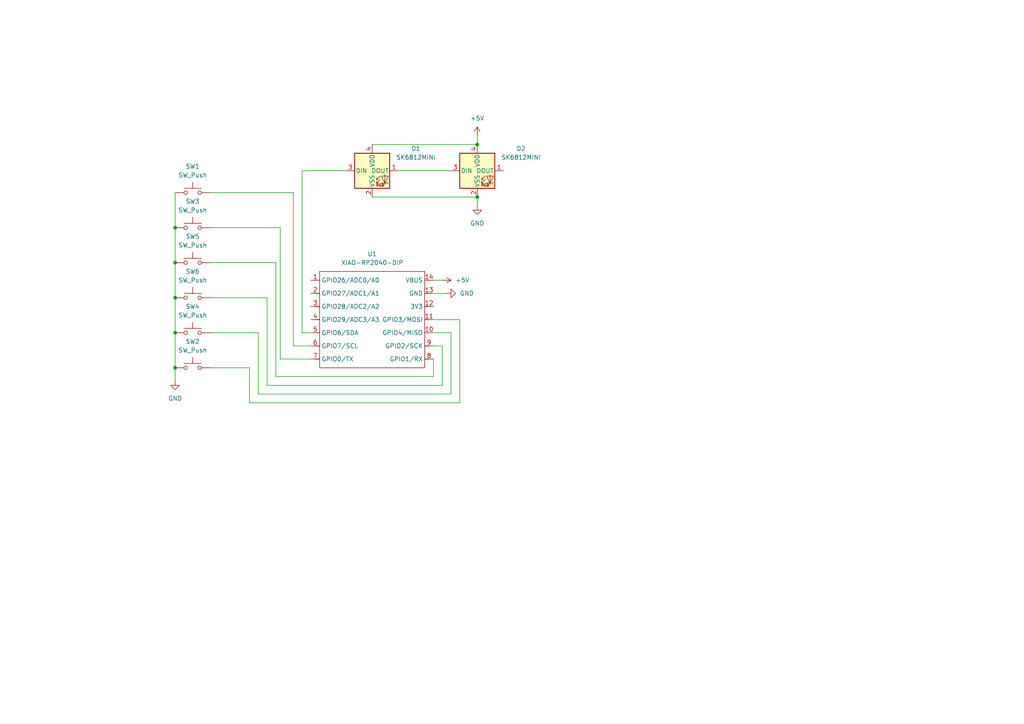
<source format=kicad_sch>
(kicad_sch
	(version 20250114)
	(generator "eeschema")
	(generator_version "9.0")
	(uuid "1e26ddab-34b8-4ecf-8102-24ceb5cc4d1e")
	(paper "A4")
	(lib_symbols
		(symbol "LED:SK6812MINI"
			(pin_names
				(offset 0.254)
			)
			(exclude_from_sim no)
			(in_bom yes)
			(on_board yes)
			(property "Reference" "D"
				(at 5.08 5.715 0)
				(effects
					(font
						(size 1.27 1.27)
					)
					(justify right bottom)
				)
			)
			(property "Value" "SK6812MINI"
				(at 1.27 -5.715 0)
				(effects
					(font
						(size 1.27 1.27)
					)
					(justify left top)
				)
			)
			(property "Footprint" "LED_SMD:LED_SK6812MINI_PLCC4_3.5x3.5mm_P1.75mm"
				(at 1.27 -7.62 0)
				(effects
					(font
						(size 1.27 1.27)
					)
					(justify left top)
					(hide yes)
				)
			)
			(property "Datasheet" "https://cdn-shop.adafruit.com/product-files/2686/SK6812MINI_REV.01-1-2.pdf"
				(at 2.54 -9.525 0)
				(effects
					(font
						(size 1.27 1.27)
					)
					(justify left top)
					(hide yes)
				)
			)
			(property "Description" "RGB LED with integrated controller"
				(at 0 0 0)
				(effects
					(font
						(size 1.27 1.27)
					)
					(hide yes)
				)
			)
			(property "ki_keywords" "RGB LED NeoPixel Mini addressable"
				(at 0 0 0)
				(effects
					(font
						(size 1.27 1.27)
					)
					(hide yes)
				)
			)
			(property "ki_fp_filters" "LED*SK6812MINI*PLCC*3.5x3.5mm*P1.75mm*"
				(at 0 0 0)
				(effects
					(font
						(size 1.27 1.27)
					)
					(hide yes)
				)
			)
			(symbol "SK6812MINI_0_0"
				(text "RGB"
					(at 2.286 -4.191 0)
					(effects
						(font
							(size 0.762 0.762)
						)
					)
				)
			)
			(symbol "SK6812MINI_0_1"
				(polyline
					(pts
						(xy 1.27 -2.54) (xy 1.778 -2.54)
					)
					(stroke
						(width 0)
						(type default)
					)
					(fill
						(type none)
					)
				)
				(polyline
					(pts
						(xy 1.27 -3.556) (xy 1.778 -3.556)
					)
					(stroke
						(width 0)
						(type default)
					)
					(fill
						(type none)
					)
				)
				(polyline
					(pts
						(xy 2.286 -1.524) (xy 1.27 -2.54) (xy 1.27 -2.032)
					)
					(stroke
						(width 0)
						(type default)
					)
					(fill
						(type none)
					)
				)
				(polyline
					(pts
						(xy 2.286 -2.54) (xy 1.27 -3.556) (xy 1.27 -3.048)
					)
					(stroke
						(width 0)
						(type default)
					)
					(fill
						(type none)
					)
				)
				(polyline
					(pts
						(xy 3.683 -1.016) (xy 3.683 -3.556) (xy 3.683 -4.064)
					)
					(stroke
						(width 0)
						(type default)
					)
					(fill
						(type none)
					)
				)
				(polyline
					(pts
						(xy 4.699 -1.524) (xy 2.667 -1.524) (xy 3.683 -3.556) (xy 4.699 -1.524)
					)
					(stroke
						(width 0)
						(type default)
					)
					(fill
						(type none)
					)
				)
				(polyline
					(pts
						(xy 4.699 -3.556) (xy 2.667 -3.556)
					)
					(stroke
						(width 0)
						(type default)
					)
					(fill
						(type none)
					)
				)
				(rectangle
					(start 5.08 5.08)
					(end -5.08 -5.08)
					(stroke
						(width 0.254)
						(type default)
					)
					(fill
						(type background)
					)
				)
			)
			(symbol "SK6812MINI_1_1"
				(pin input line
					(at -7.62 0 0)
					(length 2.54)
					(name "DIN"
						(effects
							(font
								(size 1.27 1.27)
							)
						)
					)
					(number "3"
						(effects
							(font
								(size 1.27 1.27)
							)
						)
					)
				)
				(pin power_in line
					(at 0 7.62 270)
					(length 2.54)
					(name "VDD"
						(effects
							(font
								(size 1.27 1.27)
							)
						)
					)
					(number "4"
						(effects
							(font
								(size 1.27 1.27)
							)
						)
					)
				)
				(pin power_in line
					(at 0 -7.62 90)
					(length 2.54)
					(name "VSS"
						(effects
							(font
								(size 1.27 1.27)
							)
						)
					)
					(number "2"
						(effects
							(font
								(size 1.27 1.27)
							)
						)
					)
				)
				(pin output line
					(at 7.62 0 180)
					(length 2.54)
					(name "DOUT"
						(effects
							(font
								(size 1.27 1.27)
							)
						)
					)
					(number "1"
						(effects
							(font
								(size 1.27 1.27)
							)
						)
					)
				)
			)
			(embedded_fonts no)
		)
		(symbol "OPL:XIAO-RP2040-DIP"
			(exclude_from_sim no)
			(in_bom yes)
			(on_board yes)
			(property "Reference" "U"
				(at 0 0 0)
				(effects
					(font
						(size 1.27 1.27)
					)
				)
			)
			(property "Value" "XIAO-RP2040-DIP"
				(at 5.334 -1.778 0)
				(effects
					(font
						(size 1.27 1.27)
					)
				)
			)
			(property "Footprint" "Module:MOUDLE14P-XIAO-DIP-SMD"
				(at 14.478 -32.258 0)
				(effects
					(font
						(size 1.27 1.27)
					)
					(hide yes)
				)
			)
			(property "Datasheet" ""
				(at 0 0 0)
				(effects
					(font
						(size 1.27 1.27)
					)
					(hide yes)
				)
			)
			(property "Description" ""
				(at 0 0 0)
				(effects
					(font
						(size 1.27 1.27)
					)
					(hide yes)
				)
			)
			(symbol "XIAO-RP2040-DIP_1_0"
				(polyline
					(pts
						(xy -1.27 -2.54) (xy 29.21 -2.54)
					)
					(stroke
						(width 0.1524)
						(type solid)
					)
					(fill
						(type none)
					)
				)
				(polyline
					(pts
						(xy -1.27 -5.08) (xy -2.54 -5.08)
					)
					(stroke
						(width 0.1524)
						(type solid)
					)
					(fill
						(type none)
					)
				)
				(polyline
					(pts
						(xy -1.27 -5.08) (xy -1.27 -2.54)
					)
					(stroke
						(width 0.1524)
						(type solid)
					)
					(fill
						(type none)
					)
				)
				(polyline
					(pts
						(xy -1.27 -8.89) (xy -2.54 -8.89)
					)
					(stroke
						(width 0.1524)
						(type solid)
					)
					(fill
						(type none)
					)
				)
				(polyline
					(pts
						(xy -1.27 -8.89) (xy -1.27 -5.08)
					)
					(stroke
						(width 0.1524)
						(type solid)
					)
					(fill
						(type none)
					)
				)
				(polyline
					(pts
						(xy -1.27 -12.7) (xy -2.54 -12.7)
					)
					(stroke
						(width 0.1524)
						(type solid)
					)
					(fill
						(type none)
					)
				)
				(polyline
					(pts
						(xy -1.27 -12.7) (xy -1.27 -8.89)
					)
					(stroke
						(width 0.1524)
						(type solid)
					)
					(fill
						(type none)
					)
				)
				(polyline
					(pts
						(xy -1.27 -16.51) (xy -2.54 -16.51)
					)
					(stroke
						(width 0.1524)
						(type solid)
					)
					(fill
						(type none)
					)
				)
				(polyline
					(pts
						(xy -1.27 -16.51) (xy -1.27 -12.7)
					)
					(stroke
						(width 0.1524)
						(type solid)
					)
					(fill
						(type none)
					)
				)
				(polyline
					(pts
						(xy -1.27 -20.32) (xy -2.54 -20.32)
					)
					(stroke
						(width 0.1524)
						(type solid)
					)
					(fill
						(type none)
					)
				)
				(polyline
					(pts
						(xy -1.27 -24.13) (xy -2.54 -24.13)
					)
					(stroke
						(width 0.1524)
						(type solid)
					)
					(fill
						(type none)
					)
				)
				(polyline
					(pts
						(xy -1.27 -27.94) (xy -2.54 -27.94)
					)
					(stroke
						(width 0.1524)
						(type solid)
					)
					(fill
						(type none)
					)
				)
				(polyline
					(pts
						(xy -1.27 -30.48) (xy -1.27 -16.51)
					)
					(stroke
						(width 0.1524)
						(type solid)
					)
					(fill
						(type none)
					)
				)
				(polyline
					(pts
						(xy 29.21 -2.54) (xy 29.21 -5.08)
					)
					(stroke
						(width 0.1524)
						(type solid)
					)
					(fill
						(type none)
					)
				)
				(polyline
					(pts
						(xy 29.21 -5.08) (xy 29.21 -8.89)
					)
					(stroke
						(width 0.1524)
						(type solid)
					)
					(fill
						(type none)
					)
				)
				(polyline
					(pts
						(xy 29.21 -8.89) (xy 29.21 -12.7)
					)
					(stroke
						(width 0.1524)
						(type solid)
					)
					(fill
						(type none)
					)
				)
				(polyline
					(pts
						(xy 29.21 -12.7) (xy 29.21 -30.48)
					)
					(stroke
						(width 0.1524)
						(type solid)
					)
					(fill
						(type none)
					)
				)
				(polyline
					(pts
						(xy 29.21 -30.48) (xy -1.27 -30.48)
					)
					(stroke
						(width 0.1524)
						(type solid)
					)
					(fill
						(type none)
					)
				)
				(polyline
					(pts
						(xy 30.48 -5.08) (xy 29.21 -5.08)
					)
					(stroke
						(width 0.1524)
						(type solid)
					)
					(fill
						(type none)
					)
				)
				(polyline
					(pts
						(xy 30.48 -8.89) (xy 29.21 -8.89)
					)
					(stroke
						(width 0.1524)
						(type solid)
					)
					(fill
						(type none)
					)
				)
				(polyline
					(pts
						(xy 30.48 -12.7) (xy 29.21 -12.7)
					)
					(stroke
						(width 0.1524)
						(type solid)
					)
					(fill
						(type none)
					)
				)
				(polyline
					(pts
						(xy 30.48 -16.51) (xy 29.21 -16.51)
					)
					(stroke
						(width 0.1524)
						(type solid)
					)
					(fill
						(type none)
					)
				)
				(polyline
					(pts
						(xy 30.48 -20.32) (xy 29.21 -20.32)
					)
					(stroke
						(width 0.1524)
						(type solid)
					)
					(fill
						(type none)
					)
				)
				(polyline
					(pts
						(xy 30.48 -24.13) (xy 29.21 -24.13)
					)
					(stroke
						(width 0.1524)
						(type solid)
					)
					(fill
						(type none)
					)
				)
				(polyline
					(pts
						(xy 30.48 -27.94) (xy 29.21 -27.94)
					)
					(stroke
						(width 0.1524)
						(type solid)
					)
					(fill
						(type none)
					)
				)
				(pin passive line
					(at -3.81 -5.08 0)
					(length 2.54)
					(name "GPIO26/ADC0/A0"
						(effects
							(font
								(size 1.27 1.27)
							)
						)
					)
					(number "1"
						(effects
							(font
								(size 1.27 1.27)
							)
						)
					)
				)
				(pin passive line
					(at -3.81 -8.89 0)
					(length 2.54)
					(name "GPIO27/ADC1/A1"
						(effects
							(font
								(size 1.27 1.27)
							)
						)
					)
					(number "2"
						(effects
							(font
								(size 1.27 1.27)
							)
						)
					)
				)
				(pin passive line
					(at -3.81 -12.7 0)
					(length 2.54)
					(name "GPIO28/ADC2/A2"
						(effects
							(font
								(size 1.27 1.27)
							)
						)
					)
					(number "3"
						(effects
							(font
								(size 1.27 1.27)
							)
						)
					)
				)
				(pin passive line
					(at -3.81 -16.51 0)
					(length 2.54)
					(name "GPIO29/ADC3/A3"
						(effects
							(font
								(size 1.27 1.27)
							)
						)
					)
					(number "4"
						(effects
							(font
								(size 1.27 1.27)
							)
						)
					)
				)
				(pin passive line
					(at -3.81 -20.32 0)
					(length 2.54)
					(name "GPIO6/SDA"
						(effects
							(font
								(size 1.27 1.27)
							)
						)
					)
					(number "5"
						(effects
							(font
								(size 1.27 1.27)
							)
						)
					)
				)
				(pin passive line
					(at -3.81 -24.13 0)
					(length 2.54)
					(name "GPIO7/SCL"
						(effects
							(font
								(size 1.27 1.27)
							)
						)
					)
					(number "6"
						(effects
							(font
								(size 1.27 1.27)
							)
						)
					)
				)
				(pin passive line
					(at -3.81 -27.94 0)
					(length 2.54)
					(name "GPIO0/TX"
						(effects
							(font
								(size 1.27 1.27)
							)
						)
					)
					(number "7"
						(effects
							(font
								(size 1.27 1.27)
							)
						)
					)
				)
				(pin passive line
					(at 31.75 -5.08 180)
					(length 2.54)
					(name "VBUS"
						(effects
							(font
								(size 1.27 1.27)
							)
						)
					)
					(number "14"
						(effects
							(font
								(size 1.27 1.27)
							)
						)
					)
				)
				(pin passive line
					(at 31.75 -8.89 180)
					(length 2.54)
					(name "GND"
						(effects
							(font
								(size 1.27 1.27)
							)
						)
					)
					(number "13"
						(effects
							(font
								(size 1.27 1.27)
							)
						)
					)
				)
				(pin passive line
					(at 31.75 -12.7 180)
					(length 2.54)
					(name "3V3"
						(effects
							(font
								(size 1.27 1.27)
							)
						)
					)
					(number "12"
						(effects
							(font
								(size 1.27 1.27)
							)
						)
					)
				)
				(pin passive line
					(at 31.75 -16.51 180)
					(length 2.54)
					(name "GPIO3/MOSI"
						(effects
							(font
								(size 1.27 1.27)
							)
						)
					)
					(number "11"
						(effects
							(font
								(size 1.27 1.27)
							)
						)
					)
				)
				(pin passive line
					(at 31.75 -20.32 180)
					(length 2.54)
					(name "GPIO4/MISO"
						(effects
							(font
								(size 1.27 1.27)
							)
						)
					)
					(number "10"
						(effects
							(font
								(size 1.27 1.27)
							)
						)
					)
				)
				(pin passive line
					(at 31.75 -24.13 180)
					(length 2.54)
					(name "GPIO2/SCK"
						(effects
							(font
								(size 1.27 1.27)
							)
						)
					)
					(number "9"
						(effects
							(font
								(size 1.27 1.27)
							)
						)
					)
				)
				(pin passive line
					(at 31.75 -27.94 180)
					(length 2.54)
					(name "GPIO1/RX"
						(effects
							(font
								(size 1.27 1.27)
							)
						)
					)
					(number "8"
						(effects
							(font
								(size 1.27 1.27)
							)
						)
					)
				)
			)
			(embedded_fonts no)
		)
		(symbol "Switch:SW_Push"
			(pin_numbers
				(hide yes)
			)
			(pin_names
				(offset 1.016)
				(hide yes)
			)
			(exclude_from_sim no)
			(in_bom yes)
			(on_board yes)
			(property "Reference" "SW"
				(at 1.27 2.54 0)
				(effects
					(font
						(size 1.27 1.27)
					)
					(justify left)
				)
			)
			(property "Value" "SW_Push"
				(at 0 -1.524 0)
				(effects
					(font
						(size 1.27 1.27)
					)
				)
			)
			(property "Footprint" ""
				(at 0 5.08 0)
				(effects
					(font
						(size 1.27 1.27)
					)
					(hide yes)
				)
			)
			(property "Datasheet" "~"
				(at 0 5.08 0)
				(effects
					(font
						(size 1.27 1.27)
					)
					(hide yes)
				)
			)
			(property "Description" "Push button switch, generic, two pins"
				(at 0 0 0)
				(effects
					(font
						(size 1.27 1.27)
					)
					(hide yes)
				)
			)
			(property "ki_keywords" "switch normally-open pushbutton push-button"
				(at 0 0 0)
				(effects
					(font
						(size 1.27 1.27)
					)
					(hide yes)
				)
			)
			(symbol "SW_Push_0_1"
				(circle
					(center -2.032 0)
					(radius 0.508)
					(stroke
						(width 0)
						(type default)
					)
					(fill
						(type none)
					)
				)
				(polyline
					(pts
						(xy 0 1.27) (xy 0 3.048)
					)
					(stroke
						(width 0)
						(type default)
					)
					(fill
						(type none)
					)
				)
				(circle
					(center 2.032 0)
					(radius 0.508)
					(stroke
						(width 0)
						(type default)
					)
					(fill
						(type none)
					)
				)
				(polyline
					(pts
						(xy 2.54 1.27) (xy -2.54 1.27)
					)
					(stroke
						(width 0)
						(type default)
					)
					(fill
						(type none)
					)
				)
				(pin passive line
					(at -5.08 0 0)
					(length 2.54)
					(name "1"
						(effects
							(font
								(size 1.27 1.27)
							)
						)
					)
					(number "1"
						(effects
							(font
								(size 1.27 1.27)
							)
						)
					)
				)
				(pin passive line
					(at 5.08 0 180)
					(length 2.54)
					(name "2"
						(effects
							(font
								(size 1.27 1.27)
							)
						)
					)
					(number "2"
						(effects
							(font
								(size 1.27 1.27)
							)
						)
					)
				)
			)
			(embedded_fonts no)
		)
		(symbol "power:+5V"
			(power)
			(pin_numbers
				(hide yes)
			)
			(pin_names
				(offset 0)
				(hide yes)
			)
			(exclude_from_sim no)
			(in_bom yes)
			(on_board yes)
			(property "Reference" "#PWR"
				(at 0 -3.81 0)
				(effects
					(font
						(size 1.27 1.27)
					)
					(hide yes)
				)
			)
			(property "Value" "+5V"
				(at 0 3.556 0)
				(effects
					(font
						(size 1.27 1.27)
					)
				)
			)
			(property "Footprint" ""
				(at 0 0 0)
				(effects
					(font
						(size 1.27 1.27)
					)
					(hide yes)
				)
			)
			(property "Datasheet" ""
				(at 0 0 0)
				(effects
					(font
						(size 1.27 1.27)
					)
					(hide yes)
				)
			)
			(property "Description" "Power symbol creates a global label with name \"+5V\""
				(at 0 0 0)
				(effects
					(font
						(size 1.27 1.27)
					)
					(hide yes)
				)
			)
			(property "ki_keywords" "global power"
				(at 0 0 0)
				(effects
					(font
						(size 1.27 1.27)
					)
					(hide yes)
				)
			)
			(symbol "+5V_0_1"
				(polyline
					(pts
						(xy -0.762 1.27) (xy 0 2.54)
					)
					(stroke
						(width 0)
						(type default)
					)
					(fill
						(type none)
					)
				)
				(polyline
					(pts
						(xy 0 2.54) (xy 0.762 1.27)
					)
					(stroke
						(width 0)
						(type default)
					)
					(fill
						(type none)
					)
				)
				(polyline
					(pts
						(xy 0 0) (xy 0 2.54)
					)
					(stroke
						(width 0)
						(type default)
					)
					(fill
						(type none)
					)
				)
			)
			(symbol "+5V_1_1"
				(pin power_in line
					(at 0 0 90)
					(length 0)
					(name "~"
						(effects
							(font
								(size 1.27 1.27)
							)
						)
					)
					(number "1"
						(effects
							(font
								(size 1.27 1.27)
							)
						)
					)
				)
			)
			(embedded_fonts no)
		)
		(symbol "power:GND"
			(power)
			(pin_numbers
				(hide yes)
			)
			(pin_names
				(offset 0)
				(hide yes)
			)
			(exclude_from_sim no)
			(in_bom yes)
			(on_board yes)
			(property "Reference" "#PWR"
				(at 0 -6.35 0)
				(effects
					(font
						(size 1.27 1.27)
					)
					(hide yes)
				)
			)
			(property "Value" "GND"
				(at 0 -3.81 0)
				(effects
					(font
						(size 1.27 1.27)
					)
				)
			)
			(property "Footprint" ""
				(at 0 0 0)
				(effects
					(font
						(size 1.27 1.27)
					)
					(hide yes)
				)
			)
			(property "Datasheet" ""
				(at 0 0 0)
				(effects
					(font
						(size 1.27 1.27)
					)
					(hide yes)
				)
			)
			(property "Description" "Power symbol creates a global label with name \"GND\" , ground"
				(at 0 0 0)
				(effects
					(font
						(size 1.27 1.27)
					)
					(hide yes)
				)
			)
			(property "ki_keywords" "global power"
				(at 0 0 0)
				(effects
					(font
						(size 1.27 1.27)
					)
					(hide yes)
				)
			)
			(symbol "GND_0_1"
				(polyline
					(pts
						(xy 0 0) (xy 0 -1.27) (xy 1.27 -1.27) (xy 0 -2.54) (xy -1.27 -1.27) (xy 0 -1.27)
					)
					(stroke
						(width 0)
						(type default)
					)
					(fill
						(type none)
					)
				)
			)
			(symbol "GND_1_1"
				(pin power_in line
					(at 0 0 270)
					(length 0)
					(name "~"
						(effects
							(font
								(size 1.27 1.27)
							)
						)
					)
					(number "1"
						(effects
							(font
								(size 1.27 1.27)
							)
						)
					)
				)
			)
			(embedded_fonts no)
		)
	)
	(junction
		(at 50.8 76.2)
		(diameter 0)
		(color 0 0 0 0)
		(uuid "5713485f-df12-40aa-8c4a-b01722f0efa2")
	)
	(junction
		(at 50.8 66.04)
		(diameter 0)
		(color 0 0 0 0)
		(uuid "6d120f30-ce03-410d-b458-b7a900aa2c87")
	)
	(junction
		(at 138.43 57.15)
		(diameter 0)
		(color 0 0 0 0)
		(uuid "854489d2-1c96-4b9e-a613-78a083efe881")
	)
	(junction
		(at 138.43 41.91)
		(diameter 0)
		(color 0 0 0 0)
		(uuid "942ae13a-8a4c-4c62-8934-db8370150f9e")
	)
	(junction
		(at 50.8 96.52)
		(diameter 0)
		(color 0 0 0 0)
		(uuid "9bd0c7c7-4dce-4238-a51a-a0d9af72a8ab")
	)
	(junction
		(at 50.8 106.68)
		(diameter 0)
		(color 0 0 0 0)
		(uuid "af137f3d-88af-42cb-8594-ab7a4b4a03b4")
	)
	(junction
		(at 50.8 86.36)
		(diameter 0)
		(color 0 0 0 0)
		(uuid "b2ede5e8-85fa-411b-bc6f-795c41bf7e9c")
	)
	(wire
		(pts
			(xy 130.81 114.3) (xy 130.81 96.52)
		)
		(stroke
			(width 0)
			(type default)
		)
		(uuid "010715fe-1de8-437a-91bd-dee36d64f73c")
	)
	(wire
		(pts
			(xy 107.95 41.91) (xy 138.43 41.91)
		)
		(stroke
			(width 0)
			(type default)
		)
		(uuid "03a1eb82-7535-403e-8eed-e7f2a74d3b41")
	)
	(wire
		(pts
			(xy 85.09 55.88) (xy 85.09 100.33)
		)
		(stroke
			(width 0)
			(type default)
		)
		(uuid "05f28651-925e-422b-86af-a8a3ed56171c")
	)
	(wire
		(pts
			(xy 74.93 96.52) (xy 74.93 114.3)
		)
		(stroke
			(width 0)
			(type default)
		)
		(uuid "062faccd-a919-4fb7-a2bf-c6b7a3e13707")
	)
	(wire
		(pts
			(xy 72.39 116.84) (xy 133.35 116.84)
		)
		(stroke
			(width 0)
			(type default)
		)
		(uuid "070f9360-d4ec-454d-b5c3-e37908f7bf85")
	)
	(wire
		(pts
			(xy 60.96 76.2) (xy 80.01 76.2)
		)
		(stroke
			(width 0)
			(type default)
		)
		(uuid "08978b6f-e8f7-4e09-a359-fcce8757add2")
	)
	(wire
		(pts
			(xy 125.73 85.09) (xy 129.54 85.09)
		)
		(stroke
			(width 0)
			(type default)
		)
		(uuid "13b7e2d9-7764-477f-be3c-aad01050777a")
	)
	(wire
		(pts
			(xy 50.8 96.52) (xy 50.8 106.68)
		)
		(stroke
			(width 0)
			(type default)
		)
		(uuid "1636c01a-3ed8-4ec3-b34f-4355123cbb11")
	)
	(wire
		(pts
			(xy 77.47 86.36) (xy 77.47 111.76)
		)
		(stroke
			(width 0)
			(type default)
		)
		(uuid "164aff66-af88-4d52-9653-8c678f168510")
	)
	(wire
		(pts
			(xy 125.73 109.22) (xy 125.73 104.14)
		)
		(stroke
			(width 0)
			(type default)
		)
		(uuid "1a5e4a58-6acc-41be-9958-96bc23e3558c")
	)
	(wire
		(pts
			(xy 115.57 49.53) (xy 130.81 49.53)
		)
		(stroke
			(width 0)
			(type default)
		)
		(uuid "2387c34d-1573-424e-bcd0-9a390bb185fe")
	)
	(wire
		(pts
			(xy 81.28 104.14) (xy 90.17 104.14)
		)
		(stroke
			(width 0)
			(type default)
		)
		(uuid "3e81de3a-6e53-4e1e-a032-6972a566c8b0")
	)
	(wire
		(pts
			(xy 125.73 81.28) (xy 128.27 81.28)
		)
		(stroke
			(width 0)
			(type default)
		)
		(uuid "439d18c1-741a-4836-9e85-843dd774ec18")
	)
	(wire
		(pts
			(xy 50.8 76.2) (xy 50.8 86.36)
		)
		(stroke
			(width 0)
			(type default)
		)
		(uuid "4cfa8a8f-6e4d-4ad9-beb0-83437f269090")
	)
	(wire
		(pts
			(xy 50.8 66.04) (xy 50.8 76.2)
		)
		(stroke
			(width 0)
			(type default)
		)
		(uuid "55436742-40c1-4ad4-9f02-f2cb36e27483")
	)
	(wire
		(pts
			(xy 72.39 106.68) (xy 72.39 116.84)
		)
		(stroke
			(width 0)
			(type default)
		)
		(uuid "55b82aee-f59a-4b1e-afe4-698ad3695ece")
	)
	(wire
		(pts
			(xy 60.96 55.88) (xy 85.09 55.88)
		)
		(stroke
			(width 0)
			(type default)
		)
		(uuid "6234ba62-b6f2-46c8-8a65-f80f82d6509a")
	)
	(wire
		(pts
			(xy 50.8 55.88) (xy 50.8 66.04)
		)
		(stroke
			(width 0)
			(type default)
		)
		(uuid "63358487-af4e-46b7-8a73-f288fa7349c9")
	)
	(wire
		(pts
			(xy 87.63 49.53) (xy 87.63 96.52)
		)
		(stroke
			(width 0)
			(type default)
		)
		(uuid "8a26f38b-7f98-4ba5-b68a-640be0f63aff")
	)
	(wire
		(pts
			(xy 138.43 39.37) (xy 138.43 41.91)
		)
		(stroke
			(width 0)
			(type default)
		)
		(uuid "8ad60017-1f59-4d26-86f5-c9b522ed855f")
	)
	(wire
		(pts
			(xy 128.27 100.33) (xy 125.73 100.33)
		)
		(stroke
			(width 0)
			(type default)
		)
		(uuid "90c8e698-5aeb-4f8d-baeb-4ba616b32697")
	)
	(wire
		(pts
			(xy 60.96 86.36) (xy 77.47 86.36)
		)
		(stroke
			(width 0)
			(type default)
		)
		(uuid "ad343af1-88a8-4d52-ba38-4069140ead69")
	)
	(wire
		(pts
			(xy 50.8 106.68) (xy 50.8 110.49)
		)
		(stroke
			(width 0)
			(type default)
		)
		(uuid "b3403010-4fd9-40d3-b170-50a28c68dfb9")
	)
	(wire
		(pts
			(xy 60.96 96.52) (xy 74.93 96.52)
		)
		(stroke
			(width 0)
			(type default)
		)
		(uuid "b40ed7af-b672-4c8c-9e16-4aaba37ea7c8")
	)
	(wire
		(pts
			(xy 138.43 57.15) (xy 138.43 59.69)
		)
		(stroke
			(width 0)
			(type default)
		)
		(uuid "bbcc129e-06f1-4720-b25d-a50389f12f67")
	)
	(wire
		(pts
			(xy 133.35 92.71) (xy 125.73 92.71)
		)
		(stroke
			(width 0)
			(type default)
		)
		(uuid "ca247df7-0fff-4586-a3a7-eea8734d9833")
	)
	(wire
		(pts
			(xy 80.01 76.2) (xy 80.01 109.22)
		)
		(stroke
			(width 0)
			(type default)
		)
		(uuid "cab82712-f063-4c72-956a-2be422c144bb")
	)
	(wire
		(pts
			(xy 87.63 96.52) (xy 90.17 96.52)
		)
		(stroke
			(width 0)
			(type default)
		)
		(uuid "cb013d1a-d417-43c8-8432-940e9dae0dfa")
	)
	(wire
		(pts
			(xy 100.33 49.53) (xy 87.63 49.53)
		)
		(stroke
			(width 0)
			(type default)
		)
		(uuid "cea89132-062b-4758-adc6-edeed41f06cc")
	)
	(wire
		(pts
			(xy 60.96 106.68) (xy 72.39 106.68)
		)
		(stroke
			(width 0)
			(type default)
		)
		(uuid "d4a69d9e-77f1-4669-94df-015b55d46f51")
	)
	(wire
		(pts
			(xy 74.93 114.3) (xy 130.81 114.3)
		)
		(stroke
			(width 0)
			(type default)
		)
		(uuid "d4bde205-99e4-4514-acd8-3debfac9742d")
	)
	(wire
		(pts
			(xy 128.27 111.76) (xy 128.27 100.33)
		)
		(stroke
			(width 0)
			(type default)
		)
		(uuid "d60590ec-43c8-46e1-b68c-3798a60b7a75")
	)
	(wire
		(pts
			(xy 80.01 109.22) (xy 125.73 109.22)
		)
		(stroke
			(width 0)
			(type default)
		)
		(uuid "d712be52-1c2b-4e56-9612-d037eefa5962")
	)
	(wire
		(pts
			(xy 50.8 86.36) (xy 50.8 96.52)
		)
		(stroke
			(width 0)
			(type default)
		)
		(uuid "e200a63d-d07f-4579-9d3c-2dc8a2ad1087")
	)
	(wire
		(pts
			(xy 85.09 100.33) (xy 90.17 100.33)
		)
		(stroke
			(width 0)
			(type default)
		)
		(uuid "e202feb3-740d-4a05-bbe4-6e6709701c32")
	)
	(wire
		(pts
			(xy 60.96 66.04) (xy 81.28 66.04)
		)
		(stroke
			(width 0)
			(type default)
		)
		(uuid "e7db5c9e-f784-4a45-a7e9-35f23cae1669")
	)
	(wire
		(pts
			(xy 107.95 57.15) (xy 138.43 57.15)
		)
		(stroke
			(width 0)
			(type default)
		)
		(uuid "e9b02795-8f1d-44e9-ae61-51baed043821")
	)
	(wire
		(pts
			(xy 77.47 111.76) (xy 128.27 111.76)
		)
		(stroke
			(width 0)
			(type default)
		)
		(uuid "ea308ff8-a41d-4e7d-b2d9-ee1c01cf0ea3")
	)
	(wire
		(pts
			(xy 133.35 116.84) (xy 133.35 92.71)
		)
		(stroke
			(width 0)
			(type default)
		)
		(uuid "eb9d2738-8f37-47e0-bd12-d7e7e1cc8f35")
	)
	(wire
		(pts
			(xy 130.81 96.52) (xy 125.73 96.52)
		)
		(stroke
			(width 0)
			(type default)
		)
		(uuid "fa38f914-e2e5-4209-9f7b-80a67e70746c")
	)
	(wire
		(pts
			(xy 81.28 66.04) (xy 81.28 104.14)
		)
		(stroke
			(width 0)
			(type default)
		)
		(uuid "fe913bd9-74c3-4378-a676-62f840a770bd")
	)
	(symbol
		(lib_id "power:GND")
		(at 138.43 59.69 0)
		(unit 1)
		(exclude_from_sim no)
		(in_bom yes)
		(on_board yes)
		(dnp no)
		(fields_autoplaced yes)
		(uuid "01fedeed-9612-456a-bb0f-58befa6b57cc")
		(property "Reference" "#PWR02"
			(at 138.43 66.04 0)
			(effects
				(font
					(size 1.27 1.27)
				)
				(hide yes)
			)
		)
		(property "Value" "GND"
			(at 138.43 64.77 0)
			(effects
				(font
					(size 1.27 1.27)
				)
			)
		)
		(property "Footprint" ""
			(at 138.43 59.69 0)
			(effects
				(font
					(size 1.27 1.27)
				)
				(hide yes)
			)
		)
		(property "Datasheet" ""
			(at 138.43 59.69 0)
			(effects
				(font
					(size 1.27 1.27)
				)
				(hide yes)
			)
		)
		(property "Description" "Power symbol creates a global label with name \"GND\" , ground"
			(at 138.43 59.69 0)
			(effects
				(font
					(size 1.27 1.27)
				)
				(hide yes)
			)
		)
		(pin "1"
			(uuid "c7c86029-0855-4514-9470-f0ac89097307")
		)
		(instances
			(project ""
				(path "/1e26ddab-34b8-4ecf-8102-24ceb5cc4d1e"
					(reference "#PWR02")
					(unit 1)
				)
			)
		)
	)
	(symbol
		(lib_id "Switch:SW_Push")
		(at 55.88 106.68 0)
		(unit 1)
		(exclude_from_sim no)
		(in_bom yes)
		(on_board yes)
		(dnp no)
		(fields_autoplaced yes)
		(uuid "064ce4ec-e85a-4576-937b-1ff3c52069f1")
		(property "Reference" "SW2"
			(at 55.88 99.06 0)
			(effects
				(font
					(size 1.27 1.27)
				)
			)
		)
		(property "Value" "SW_Push"
			(at 55.88 101.6 0)
			(effects
				(font
					(size 1.27 1.27)
				)
			)
		)
		(property "Footprint" "Button_Switch_Keyboard:SW_Cherry_MX_1.00u_PCB"
			(at 55.88 101.6 0)
			(effects
				(font
					(size 1.27 1.27)
				)
				(hide yes)
			)
		)
		(property "Datasheet" "~"
			(at 55.88 101.6 0)
			(effects
				(font
					(size 1.27 1.27)
				)
				(hide yes)
			)
		)
		(property "Description" "Push button switch, generic, two pins"
			(at 55.88 106.68 0)
			(effects
				(font
					(size 1.27 1.27)
				)
				(hide yes)
			)
		)
		(pin "2"
			(uuid "c7b07eb2-68b6-48af-9e74-729b64fb127f")
		)
		(pin "1"
			(uuid "8ddbae16-76f4-4dbc-b9dd-33a1b8bd508e")
		)
		(instances
			(project ""
				(path "/1e26ddab-34b8-4ecf-8102-24ceb5cc4d1e"
					(reference "SW2")
					(unit 1)
				)
			)
		)
	)
	(symbol
		(lib_id "LED:SK6812MINI")
		(at 138.43 49.53 0)
		(unit 1)
		(exclude_from_sim no)
		(in_bom yes)
		(on_board yes)
		(dnp no)
		(fields_autoplaced yes)
		(uuid "07821a48-8522-431a-8316-99c32342aee1")
		(property "Reference" "D2"
			(at 151.13 43.1098 0)
			(effects
				(font
					(size 1.27 1.27)
				)
			)
		)
		(property "Value" "SK6812MINI"
			(at 151.13 45.6498 0)
			(effects
				(font
					(size 1.27 1.27)
				)
			)
		)
		(property "Footprint" "LED_SMD:LED_SK6812MINI_PLCC4_3.5x3.5mm_P1.75mm"
			(at 139.7 57.15 0)
			(effects
				(font
					(size 1.27 1.27)
				)
				(justify left top)
				(hide yes)
			)
		)
		(property "Datasheet" "https://cdn-shop.adafruit.com/product-files/2686/SK6812MINI_REV.01-1-2.pdf"
			(at 140.97 59.055 0)
			(effects
				(font
					(size 1.27 1.27)
				)
				(justify left top)
				(hide yes)
			)
		)
		(property "Description" "RGB LED with integrated controller"
			(at 138.43 49.53 0)
			(effects
				(font
					(size 1.27 1.27)
				)
				(hide yes)
			)
		)
		(pin "4"
			(uuid "6572a679-aa3a-4a11-a3f2-aaf991cc8a6a")
		)
		(pin "2"
			(uuid "f6dc61f8-0f34-4532-b8e7-dacce09a07db")
		)
		(pin "3"
			(uuid "84e8df77-d618-490d-bdee-a98dcba04802")
		)
		(pin "1"
			(uuid "dd99a358-f2a0-4b4d-b613-a8e8396a1c30")
		)
		(instances
			(project "Techpad1"
				(path "/1e26ddab-34b8-4ecf-8102-24ceb5cc4d1e"
					(reference "D2")
					(unit 1)
				)
			)
		)
	)
	(symbol
		(lib_id "Switch:SW_Push")
		(at 55.88 76.2 0)
		(unit 1)
		(exclude_from_sim no)
		(in_bom yes)
		(on_board yes)
		(dnp no)
		(fields_autoplaced yes)
		(uuid "0d3210e3-48cf-4921-a937-c5e22bbbc6cc")
		(property "Reference" "SW5"
			(at 55.88 68.58 0)
			(effects
				(font
					(size 1.27 1.27)
				)
			)
		)
		(property "Value" "SW_Push"
			(at 55.88 71.12 0)
			(effects
				(font
					(size 1.27 1.27)
				)
			)
		)
		(property "Footprint" "Button_Switch_Keyboard:SW_Cherry_MX_1.00u_PCB"
			(at 55.88 71.12 0)
			(effects
				(font
					(size 1.27 1.27)
				)
				(hide yes)
			)
		)
		(property "Datasheet" "~"
			(at 55.88 71.12 0)
			(effects
				(font
					(size 1.27 1.27)
				)
				(hide yes)
			)
		)
		(property "Description" "Push button switch, generic, two pins"
			(at 55.88 76.2 0)
			(effects
				(font
					(size 1.27 1.27)
				)
				(hide yes)
			)
		)
		(pin "1"
			(uuid "dff522fe-f25a-4375-956c-baae5060dfed")
		)
		(pin "2"
			(uuid "d8d442f9-ead8-4c53-a218-fff369e7022d")
		)
		(instances
			(project ""
				(path "/1e26ddab-34b8-4ecf-8102-24ceb5cc4d1e"
					(reference "SW5")
					(unit 1)
				)
			)
		)
	)
	(symbol
		(lib_id "Switch:SW_Push")
		(at 55.88 66.04 0)
		(unit 1)
		(exclude_from_sim no)
		(in_bom yes)
		(on_board yes)
		(dnp no)
		(fields_autoplaced yes)
		(uuid "2cc2edff-0016-45f0-943c-e9b1a2155b38")
		(property "Reference" "SW3"
			(at 55.88 58.42 0)
			(effects
				(font
					(size 1.27 1.27)
				)
			)
		)
		(property "Value" "SW_Push"
			(at 55.88 60.96 0)
			(effects
				(font
					(size 1.27 1.27)
				)
			)
		)
		(property "Footprint" "Button_Switch_Keyboard:SW_Cherry_MX_1.00u_PCB"
			(at 55.88 60.96 0)
			(effects
				(font
					(size 1.27 1.27)
				)
				(hide yes)
			)
		)
		(property "Datasheet" "~"
			(at 55.88 60.96 0)
			(effects
				(font
					(size 1.27 1.27)
				)
				(hide yes)
			)
		)
		(property "Description" "Push button switch, generic, two pins"
			(at 55.88 66.04 0)
			(effects
				(font
					(size 1.27 1.27)
				)
				(hide yes)
			)
		)
		(pin "2"
			(uuid "0aafe214-6d51-47db-907c-d32b19d28cf1")
		)
		(pin "1"
			(uuid "ff8360ea-4e7a-4437-a8a6-412e6b75af03")
		)
		(instances
			(project ""
				(path "/1e26ddab-34b8-4ecf-8102-24ceb5cc4d1e"
					(reference "SW3")
					(unit 1)
				)
			)
		)
	)
	(symbol
		(lib_id "power:+5V")
		(at 138.43 39.37 0)
		(unit 1)
		(exclude_from_sim no)
		(in_bom yes)
		(on_board yes)
		(dnp no)
		(fields_autoplaced yes)
		(uuid "47413ff5-916e-4db5-bcb4-928183bfcd1d")
		(property "Reference" "#PWR03"
			(at 138.43 43.18 0)
			(effects
				(font
					(size 1.27 1.27)
				)
				(hide yes)
			)
		)
		(property "Value" "+5V"
			(at 138.43 34.29 0)
			(effects
				(font
					(size 1.27 1.27)
				)
			)
		)
		(property "Footprint" ""
			(at 138.43 39.37 0)
			(effects
				(font
					(size 1.27 1.27)
				)
				(hide yes)
			)
		)
		(property "Datasheet" ""
			(at 138.43 39.37 0)
			(effects
				(font
					(size 1.27 1.27)
				)
				(hide yes)
			)
		)
		(property "Description" "Power symbol creates a global label with name \"+5V\""
			(at 138.43 39.37 0)
			(effects
				(font
					(size 1.27 1.27)
				)
				(hide yes)
			)
		)
		(pin "1"
			(uuid "ce5f139b-9891-4286-b9e9-3df4fad79098")
		)
		(instances
			(project ""
				(path "/1e26ddab-34b8-4ecf-8102-24ceb5cc4d1e"
					(reference "#PWR03")
					(unit 1)
				)
			)
		)
	)
	(symbol
		(lib_id "LED:SK6812MINI")
		(at 107.95 49.53 0)
		(unit 1)
		(exclude_from_sim no)
		(in_bom yes)
		(on_board yes)
		(dnp no)
		(fields_autoplaced yes)
		(uuid "819892f8-6d3f-4a87-abb1-09441e1aae80")
		(property "Reference" "D1"
			(at 120.65 43.1098 0)
			(effects
				(font
					(size 1.27 1.27)
				)
			)
		)
		(property "Value" "SK6812MINI"
			(at 120.65 45.6498 0)
			(effects
				(font
					(size 1.27 1.27)
				)
			)
		)
		(property "Footprint" "LED_SMD:LED_SK6812MINI_PLCC4_3.5x3.5mm_P1.75mm"
			(at 109.22 57.15 0)
			(effects
				(font
					(size 1.27 1.27)
				)
				(justify left top)
				(hide yes)
			)
		)
		(property "Datasheet" "https://cdn-shop.adafruit.com/product-files/2686/SK6812MINI_REV.01-1-2.pdf"
			(at 110.49 59.055 0)
			(effects
				(font
					(size 1.27 1.27)
				)
				(justify left top)
				(hide yes)
			)
		)
		(property "Description" "RGB LED with integrated controller"
			(at 107.95 49.53 0)
			(effects
				(font
					(size 1.27 1.27)
				)
				(hide yes)
			)
		)
		(pin "4"
			(uuid "356ff4ae-0efb-41ef-9568-0fb9bcf56f91")
		)
		(pin "2"
			(uuid "bb0c695f-0411-4a12-a29b-d2a7208a53de")
		)
		(pin "3"
			(uuid "238ea34d-0797-49ee-ae20-2be786fa239e")
		)
		(pin "1"
			(uuid "5328b864-2417-40fb-84b0-80b9e8b0873e")
		)
		(instances
			(project ""
				(path "/1e26ddab-34b8-4ecf-8102-24ceb5cc4d1e"
					(reference "D1")
					(unit 1)
				)
			)
		)
	)
	(symbol
		(lib_id "Switch:SW_Push")
		(at 55.88 86.36 0)
		(unit 1)
		(exclude_from_sim no)
		(in_bom yes)
		(on_board yes)
		(dnp no)
		(fields_autoplaced yes)
		(uuid "cd530eb9-a492-4d54-be70-62b5fa82cba7")
		(property "Reference" "SW6"
			(at 55.88 78.74 0)
			(effects
				(font
					(size 1.27 1.27)
				)
			)
		)
		(property "Value" "SW_Push"
			(at 55.88 81.28 0)
			(effects
				(font
					(size 1.27 1.27)
				)
			)
		)
		(property "Footprint" "Button_Switch_Keyboard:SW_Cherry_MX_1.00u_PCB"
			(at 55.88 81.28 0)
			(effects
				(font
					(size 1.27 1.27)
				)
				(hide yes)
			)
		)
		(property "Datasheet" "~"
			(at 55.88 81.28 0)
			(effects
				(font
					(size 1.27 1.27)
				)
				(hide yes)
			)
		)
		(property "Description" "Push button switch, generic, two pins"
			(at 55.88 86.36 0)
			(effects
				(font
					(size 1.27 1.27)
				)
				(hide yes)
			)
		)
		(pin "1"
			(uuid "ca35ad1f-b8ab-459c-b25b-5fff54ce300a")
		)
		(pin "2"
			(uuid "4c9b2324-2859-46e0-9b5e-e87365fb990b")
		)
		(instances
			(project ""
				(path "/1e26ddab-34b8-4ecf-8102-24ceb5cc4d1e"
					(reference "SW6")
					(unit 1)
				)
			)
		)
	)
	(symbol
		(lib_id "Switch:SW_Push")
		(at 55.88 96.52 0)
		(unit 1)
		(exclude_from_sim no)
		(in_bom yes)
		(on_board yes)
		(dnp no)
		(fields_autoplaced yes)
		(uuid "ce63f5c7-3472-4823-a7f0-fd53e487f731")
		(property "Reference" "SW4"
			(at 55.88 88.9 0)
			(effects
				(font
					(size 1.27 1.27)
				)
			)
		)
		(property "Value" "SW_Push"
			(at 55.88 91.44 0)
			(effects
				(font
					(size 1.27 1.27)
				)
			)
		)
		(property "Footprint" "Button_Switch_Keyboard:SW_Cherry_MX_1.00u_PCB"
			(at 55.88 91.44 0)
			(effects
				(font
					(size 1.27 1.27)
				)
				(hide yes)
			)
		)
		(property "Datasheet" "~"
			(at 55.88 91.44 0)
			(effects
				(font
					(size 1.27 1.27)
				)
				(hide yes)
			)
		)
		(property "Description" "Push button switch, generic, two pins"
			(at 55.88 96.52 0)
			(effects
				(font
					(size 1.27 1.27)
				)
				(hide yes)
			)
		)
		(pin "1"
			(uuid "2c478d8d-aec7-42a0-b40b-83ebc0b9dbd8")
		)
		(pin "2"
			(uuid "28131273-2d8e-4f30-86b8-ae5b9644f59b")
		)
		(instances
			(project ""
				(path "/1e26ddab-34b8-4ecf-8102-24ceb5cc4d1e"
					(reference "SW4")
					(unit 1)
				)
			)
		)
	)
	(symbol
		(lib_id "power:GND")
		(at 129.54 85.09 90)
		(unit 1)
		(exclude_from_sim no)
		(in_bom yes)
		(on_board yes)
		(dnp no)
		(fields_autoplaced yes)
		(uuid "ce995275-f788-4966-9292-1c5633c339ef")
		(property "Reference" "#PWR05"
			(at 135.89 85.09 0)
			(effects
				(font
					(size 1.27 1.27)
				)
				(hide yes)
			)
		)
		(property "Value" "GND"
			(at 133.35 85.0899 90)
			(effects
				(font
					(size 1.27 1.27)
				)
				(justify right)
			)
		)
		(property "Footprint" ""
			(at 129.54 85.09 0)
			(effects
				(font
					(size 1.27 1.27)
				)
				(hide yes)
			)
		)
		(property "Datasheet" ""
			(at 129.54 85.09 0)
			(effects
				(font
					(size 1.27 1.27)
				)
				(hide yes)
			)
		)
		(property "Description" "Power symbol creates a global label with name \"GND\" , ground"
			(at 129.54 85.09 0)
			(effects
				(font
					(size 1.27 1.27)
				)
				(hide yes)
			)
		)
		(pin "1"
			(uuid "1b4b46a1-6813-4474-a878-2f7c9a7a4a76")
		)
		(instances
			(project ""
				(path "/1e26ddab-34b8-4ecf-8102-24ceb5cc4d1e"
					(reference "#PWR05")
					(unit 1)
				)
			)
		)
	)
	(symbol
		(lib_id "power:+5V")
		(at 128.27 81.28 270)
		(unit 1)
		(exclude_from_sim no)
		(in_bom yes)
		(on_board yes)
		(dnp no)
		(fields_autoplaced yes)
		(uuid "d81104ac-ddff-4993-bb5d-a9b98fd72bdd")
		(property "Reference" "#PWR04"
			(at 124.46 81.28 0)
			(effects
				(font
					(size 1.27 1.27)
				)
				(hide yes)
			)
		)
		(property "Value" "+5V"
			(at 132.08 81.2799 90)
			(effects
				(font
					(size 1.27 1.27)
				)
				(justify left)
			)
		)
		(property "Footprint" ""
			(at 128.27 81.28 0)
			(effects
				(font
					(size 1.27 1.27)
				)
				(hide yes)
			)
		)
		(property "Datasheet" ""
			(at 128.27 81.28 0)
			(effects
				(font
					(size 1.27 1.27)
				)
				(hide yes)
			)
		)
		(property "Description" "Power symbol creates a global label with name \"+5V\""
			(at 128.27 81.28 0)
			(effects
				(font
					(size 1.27 1.27)
				)
				(hide yes)
			)
		)
		(pin "1"
			(uuid "f832b9f7-ada4-433a-9d25-46d1bf4a667e")
		)
		(instances
			(project ""
				(path "/1e26ddab-34b8-4ecf-8102-24ceb5cc4d1e"
					(reference "#PWR04")
					(unit 1)
				)
			)
		)
	)
	(symbol
		(lib_id "Switch:SW_Push")
		(at 55.88 55.88 0)
		(unit 1)
		(exclude_from_sim no)
		(in_bom yes)
		(on_board yes)
		(dnp no)
		(fields_autoplaced yes)
		(uuid "e563bc67-6482-4443-a227-5d3c9390bb7c")
		(property "Reference" "SW1"
			(at 55.88 48.26 0)
			(effects
				(font
					(size 1.27 1.27)
				)
			)
		)
		(property "Value" "SW_Push"
			(at 55.88 50.8 0)
			(effects
				(font
					(size 1.27 1.27)
				)
			)
		)
		(property "Footprint" "Button_Switch_Keyboard:SW_Cherry_MX_1.00u_PCB"
			(at 55.88 50.8 0)
			(effects
				(font
					(size 1.27 1.27)
				)
				(hide yes)
			)
		)
		(property "Datasheet" "~"
			(at 55.88 50.8 0)
			(effects
				(font
					(size 1.27 1.27)
				)
				(hide yes)
			)
		)
		(property "Description" "Push button switch, generic, two pins"
			(at 55.88 55.88 0)
			(effects
				(font
					(size 1.27 1.27)
				)
				(hide yes)
			)
		)
		(pin "1"
			(uuid "e16edab7-9fc6-49d1-ac9e-e37b2efeaf16")
		)
		(pin "2"
			(uuid "7ec003b0-6281-4e4d-b4aa-a114daf381ee")
		)
		(instances
			(project ""
				(path "/1e26ddab-34b8-4ecf-8102-24ceb5cc4d1e"
					(reference "SW1")
					(unit 1)
				)
			)
		)
	)
	(symbol
		(lib_id "OPL:XIAO-RP2040-DIP")
		(at 93.98 76.2 0)
		(unit 1)
		(exclude_from_sim no)
		(in_bom yes)
		(on_board yes)
		(dnp no)
		(fields_autoplaced yes)
		(uuid "eabc1a33-25ed-49ae-8932-4828e00a642c")
		(property "Reference" "U1"
			(at 107.95 73.66 0)
			(effects
				(font
					(size 1.27 1.27)
				)
			)
		)
		(property "Value" "XIAO-RP2040-DIP"
			(at 107.95 76.2 0)
			(effects
				(font
					(size 1.27 1.27)
				)
			)
		)
		(property "Footprint" "OPL:XIAO-RP2040-DIP"
			(at 108.458 108.458 0)
			(effects
				(font
					(size 1.27 1.27)
				)
				(hide yes)
			)
		)
		(property "Datasheet" ""
			(at 93.98 76.2 0)
			(effects
				(font
					(size 1.27 1.27)
				)
				(hide yes)
			)
		)
		(property "Description" ""
			(at 93.98 76.2 0)
			(effects
				(font
					(size 1.27 1.27)
				)
				(hide yes)
			)
		)
		(pin "13"
			(uuid "706baf9d-3eb5-4ef1-bf49-0f9a56184ac8")
		)
		(pin "1"
			(uuid "6e785f27-9241-4308-8076-197938d5d07d")
		)
		(pin "2"
			(uuid "27cd37d0-5afe-4d5f-8431-8cc9da6820a6")
		)
		(pin "3"
			(uuid "b9cc155d-d3ed-44cc-b0c9-207a6a8bd9d2")
		)
		(pin "4"
			(uuid "08f5fdba-03be-41bd-8401-c50979118636")
		)
		(pin "5"
			(uuid "e77e4bc7-8e58-4e1b-b8bc-def5b861272a")
		)
		(pin "7"
			(uuid "5db14760-761d-404d-b738-12a35d65e56d")
		)
		(pin "14"
			(uuid "13869e2e-80a6-4bdb-9726-3f54b9164aa9")
		)
		(pin "6"
			(uuid "fbe2133c-c32d-4c75-a35b-998a0eacfd75")
		)
		(pin "12"
			(uuid "d8824254-c6de-4672-9a0d-4fe1a433748e")
		)
		(pin "8"
			(uuid "9a9e9cfb-b712-49b0-b1df-9d4710ed280e")
		)
		(pin "10"
			(uuid "f2f73903-9490-48e0-af4a-0ed1a903ef38")
		)
		(pin "9"
			(uuid "2fba8aab-3646-4c52-ba14-5a3b9783d583")
		)
		(pin "11"
			(uuid "e61db2f1-f05d-4f6e-8f9b-b2f51f37d55f")
		)
		(instances
			(project ""
				(path "/1e26ddab-34b8-4ecf-8102-24ceb5cc4d1e"
					(reference "U1")
					(unit 1)
				)
			)
		)
	)
	(symbol
		(lib_id "power:GND")
		(at 50.8 110.49 0)
		(unit 1)
		(exclude_from_sim no)
		(in_bom yes)
		(on_board yes)
		(dnp no)
		(fields_autoplaced yes)
		(uuid "fd4668eb-f5d1-4438-8118-f726616443ac")
		(property "Reference" "#PWR01"
			(at 50.8 116.84 0)
			(effects
				(font
					(size 1.27 1.27)
				)
				(hide yes)
			)
		)
		(property "Value" "GND"
			(at 50.8 115.57 0)
			(effects
				(font
					(size 1.27 1.27)
				)
			)
		)
		(property "Footprint" ""
			(at 50.8 110.49 0)
			(effects
				(font
					(size 1.27 1.27)
				)
				(hide yes)
			)
		)
		(property "Datasheet" ""
			(at 50.8 110.49 0)
			(effects
				(font
					(size 1.27 1.27)
				)
				(hide yes)
			)
		)
		(property "Description" "Power symbol creates a global label with name \"GND\" , ground"
			(at 50.8 110.49 0)
			(effects
				(font
					(size 1.27 1.27)
				)
				(hide yes)
			)
		)
		(pin "1"
			(uuid "768d2d0d-14ea-4c04-b956-26e3572fab8d")
		)
		(instances
			(project "Techpad1"
				(path "/1e26ddab-34b8-4ecf-8102-24ceb5cc4d1e"
					(reference "#PWR01")
					(unit 1)
				)
			)
		)
	)
	(sheet_instances
		(path "/"
			(page "1")
		)
	)
	(embedded_fonts no)
)

</source>
